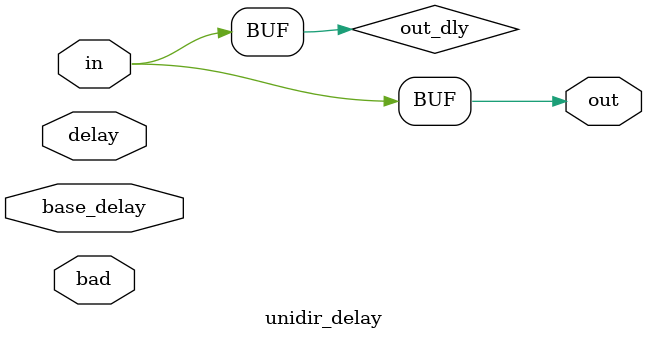
<source format=sv>



`timescale 1 ps / 1 ps

module unidir_delay
#(
	parameter NAME = "",
	parameter IDX  = -1
)
(
	input wire in, 				
	output wire out, 			
 	input wire [31:0] base_delay, 		
	input wire [31:0] delay,			
 	input wire [31:0] bad	 		
);


wire [31:0] base_delay_in;
wire [31:0] delay_in;
wire [31:0] bad_in;

assign base_delay_in = (base_delay === 'x || base_delay === 'z) ? '0 : base_delay;
assign bad_in = (bad === 'x || bad === 'z) ? '0 : bad;
assign delay_in = (delay === 'x || delay === 'z) ? '0 : delay;

always @(base_delay_in, delay_in, bad_in)
begin
	if (base_delay_in + delay_in < bad_in/2)
	begin
		$display("%m: ERROR: base_delay(%0d) + delay_in(%0d must be >= bad(%0d)/2", 
			 base_delay_in, delay_in, bad_in);
	end
end
		
always @(base_delay_in, bad_in, delay_in)
begin
        $display("%0d [%m] base_delay=%0d bad=%0d delay=%0d", $time, base_delay_in, bad_in, delay_in);
end

reg out_dly = 1'bz;

always @(in)
begin
	if (bad_in > 0)
		out_dly <= #(base_delay_in - bad_in/2 + delay_in) 1'bx;
	out_dly <= #(base_delay_in + bad_in/2 + delay_in) in;
end

assign out = out_dly;

endmodule

</source>
